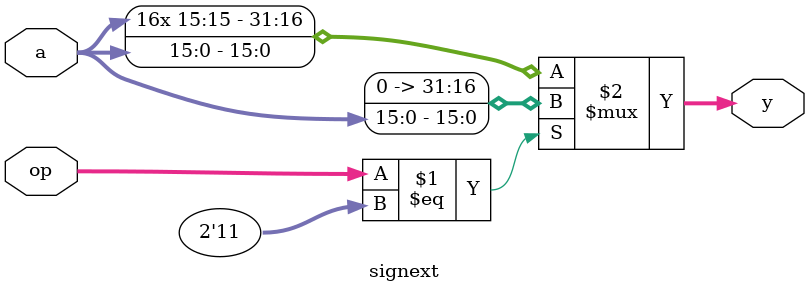
<source format=v>

module signext(
    input  [15:0] a,
    input  [1:0] op,
    output [31:0] y
);
    
    assign y=( op == 2'b11 ) ? { {16{1'b0}},a } : {{16{a[15]}}, a}; 

endmodule

</source>
